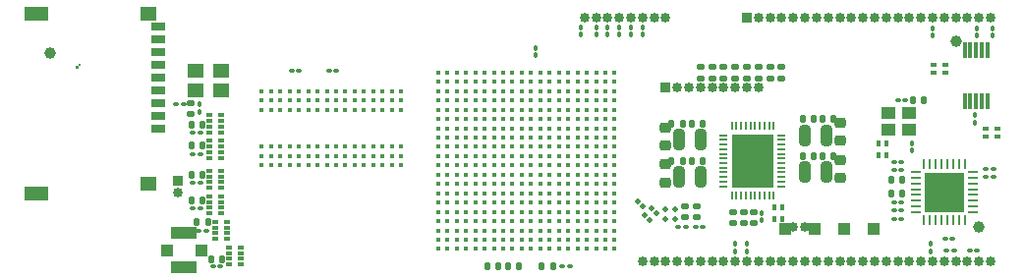
<source format=gbr>
%TF.GenerationSoftware,KiCad,Pcbnew,(6.0.0)*%
%TF.CreationDate,2022-01-21T23:47:04+08:00*%
%TF.ProjectId,som,736f6d2e-6b69-4636-9164-5f7063625858,V0R1*%
%TF.SameCoordinates,Original*%
%TF.FileFunction,Soldermask,Top*%
%TF.FilePolarity,Negative*%
%FSLAX46Y46*%
G04 Gerber Fmt 4.6, Leading zero omitted, Abs format (unit mm)*
G04 Created by KiCad (PCBNEW (6.0.0)) date 2022-01-21 23:47:04*
%MOMM*%
%LPD*%
G01*
G04 APERTURE LIST*
G04 Aperture macros list*
%AMRoundRect*
0 Rectangle with rounded corners*
0 $1 Rounding radius*
0 $2 $3 $4 $5 $6 $7 $8 $9 X,Y pos of 4 corners*
0 Add a 4 corners polygon primitive as box body*
4,1,4,$2,$3,$4,$5,$6,$7,$8,$9,$2,$3,0*
0 Add four circle primitives for the rounded corners*
1,1,$1+$1,$2,$3*
1,1,$1+$1,$4,$5*
1,1,$1+$1,$6,$7*
1,1,$1+$1,$8,$9*
0 Add four rect primitives between the rounded corners*
20,1,$1+$1,$2,$3,$4,$5,0*
20,1,$1+$1,$4,$5,$6,$7,0*
20,1,$1+$1,$6,$7,$8,$9,0*
20,1,$1+$1,$8,$9,$2,$3,0*%
G04 Aperture macros list end*
%ADD10C,0.000000*%
%ADD11RoundRect,0.147500X-0.147500X-0.172500X0.147500X-0.172500X0.147500X0.172500X-0.147500X0.172500X0*%
%ADD12R,1.400000X1.200000*%
%ADD13RoundRect,0.147500X0.172500X-0.147500X0.172500X0.147500X-0.172500X0.147500X-0.172500X-0.147500X0*%
%ADD14RoundRect,0.218750X-0.256250X0.218750X-0.256250X-0.218750X0.256250X-0.218750X0.256250X0.218750X0*%
%ADD15RoundRect,0.100000X-0.100000X0.130000X-0.100000X-0.130000X0.100000X-0.130000X0.100000X0.130000X0*%
%ADD16RoundRect,0.243750X-0.243750X-0.656250X0.243750X-0.656250X0.243750X0.656250X-0.243750X0.656250X0*%
%ADD17RoundRect,0.147500X0.147500X0.172500X-0.147500X0.172500X-0.147500X-0.172500X0.147500X-0.172500X0*%
%ADD18RoundRect,0.243750X0.243750X0.656250X-0.243750X0.656250X-0.243750X-0.656250X0.243750X-0.656250X0*%
%ADD19RoundRect,0.147500X-0.172500X0.147500X-0.172500X-0.147500X0.172500X-0.147500X0.172500X0.147500X0*%
%ADD20RoundRect,0.100000X0.130000X0.100000X-0.130000X0.100000X-0.130000X-0.100000X0.130000X-0.100000X0*%
%ADD21C,0.400000*%
%ADD22RoundRect,0.100000X-0.130000X-0.100000X0.130000X-0.100000X0.130000X0.100000X-0.130000X0.100000X0*%
%ADD23RoundRect,0.140000X0.140000X0.170000X-0.140000X0.170000X-0.140000X-0.170000X0.140000X-0.170000X0*%
%ADD24R,0.800000X0.220000*%
%ADD25R,0.220000X0.800000*%
%ADD26C,0.500000*%
%ADD27R,3.600000X4.600000*%
%ADD28RoundRect,0.100000X0.100000X-0.130000X0.100000X0.130000X-0.100000X0.130000X-0.100000X-0.130000X0*%
%ADD29RoundRect,0.062500X0.062500X-0.375000X0.062500X0.375000X-0.062500X0.375000X-0.062500X-0.375000X0*%
%ADD30RoundRect,0.062500X0.375000X-0.062500X0.375000X0.062500X-0.375000X0.062500X-0.375000X-0.062500X0*%
%ADD31RoundRect,0.250001X1.474999X-1.474999X1.474999X1.474999X-1.474999X1.474999X-1.474999X-1.474999X0*%
%ADD32R,0.400000X0.500000*%
%ADD33RoundRect,0.100000X-0.162635X0.021213X0.021213X-0.162635X0.162635X-0.021213X-0.021213X0.162635X0*%
%ADD34R,0.500000X0.400000*%
%ADD35R,0.500000X0.300000*%
%ADD36RoundRect,0.112500X-0.112500X-0.112500X0.112500X-0.112500X0.112500X0.112500X-0.112500X0.112500X0*%
%ADD37R,1.000000X1.000000*%
%ADD38R,2.200000X1.050000*%
%ADD39R,0.300000X1.400000*%
%ADD40R,1.150000X1.000000*%
%ADD41RoundRect,0.140000X-0.170000X0.140000X-0.170000X-0.140000X0.170000X-0.140000X0.170000X0.140000X0*%
%ADD42R,1.300000X0.700000*%
%ADD43R,2.000000X1.200000*%
%ADD44RoundRect,0.140000X-0.140000X-0.170000X0.140000X-0.170000X0.140000X0.170000X-0.140000X0.170000X0*%
%ADD45C,1.000000*%
%ADD46R,0.850000X0.850000*%
%ADD47O,0.850000X0.850000*%
%ADD48C,0.850000*%
G04 APERTURE END LIST*
D10*
G36*
X8400000Y-5350000D02*
G01*
X8200000Y-5350000D01*
X8200000Y-5150000D01*
X8400000Y-5150000D01*
X8400000Y-5350000D01*
G37*
G36*
X8600000Y-5150000D02*
G01*
X8400000Y-5150000D01*
X8400000Y-4950000D01*
X8600000Y-4950000D01*
X8600000Y-5150000D01*
G37*
D11*
%TO.C,D2*%
X45415000Y-22350000D03*
X46385000Y-22350000D03*
%TD*%
D12*
%TO.C,X4*%
X18500000Y-7250000D03*
X20700000Y-7250000D03*
X20700000Y-5550000D03*
X18500000Y-5550000D03*
%TD*%
D13*
%TO.C,C116*%
X69000000Y-6185000D03*
X69000000Y-5215000D03*
%TD*%
D14*
%TO.C,C101*%
X74000000Y-10012500D03*
X74000000Y-11587500D03*
%TD*%
D15*
%TO.C,C119*%
X67300000Y-17805000D03*
X67300000Y-18445000D03*
%TD*%
D16*
%TO.C,L3*%
X70962500Y-11100000D03*
X72837500Y-11100000D03*
%TD*%
D17*
%TO.C,C102*%
X73485000Y-9700000D03*
X72515000Y-9700000D03*
%TD*%
D11*
%TO.C,C107*%
X59515000Y-13300000D03*
X60485000Y-13300000D03*
%TD*%
D18*
%TO.C,L5*%
X62037500Y-11500000D03*
X60162500Y-11500000D03*
%TD*%
D16*
%TO.C,L2*%
X70962500Y-14300000D03*
X72837500Y-14300000D03*
%TD*%
D19*
%TO.C,C120*%
X64800000Y-17715000D03*
X64800000Y-18685000D03*
%TD*%
D13*
%TO.C,C110*%
X63000000Y-6185000D03*
X63000000Y-5215000D03*
%TD*%
D19*
%TO.C,C117*%
X65700000Y-17715000D03*
X65700000Y-18685000D03*
%TD*%
D14*
%TO.C,C106*%
X59000000Y-13612500D03*
X59000000Y-15187500D03*
%TD*%
%TO.C,C108*%
X59000000Y-10412500D03*
X59000000Y-11987500D03*
%TD*%
D19*
%TO.C,C118*%
X66600000Y-17715000D03*
X66600000Y-18685000D03*
%TD*%
D17*
%TO.C,C99*%
X73485000Y-12900000D03*
X72515000Y-12900000D03*
%TD*%
D13*
%TO.C,C104*%
X68000000Y-6185000D03*
X68000000Y-5215000D03*
%TD*%
D14*
%TO.C,C98*%
X74000000Y-13212500D03*
X74000000Y-14787500D03*
%TD*%
D18*
%TO.C,L4*%
X62037500Y-14700000D03*
X60162500Y-14700000D03*
%TD*%
D11*
%TO.C,C109*%
X59515000Y-10100000D03*
X60485000Y-10100000D03*
%TD*%
D13*
%TO.C,C111*%
X62000000Y-6185000D03*
X62000000Y-5215000D03*
%TD*%
D20*
%TO.C,C37*%
X18920000Y-17400000D03*
X18280000Y-17400000D03*
%TD*%
D13*
%TO.C,C114*%
X67000000Y-6185000D03*
X67000000Y-5215000D03*
%TD*%
D17*
%TO.C,C103*%
X62185000Y-10100000D03*
X61215000Y-10100000D03*
%TD*%
D13*
%TO.C,C115*%
X65000000Y-6185000D03*
X65000000Y-5215000D03*
%TD*%
D20*
%TO.C,C35*%
X18920000Y-15200000D03*
X18280000Y-15200000D03*
%TD*%
D13*
%TO.C,C112*%
X64000000Y-6185000D03*
X64000000Y-5215000D03*
%TD*%
D20*
%TO.C,C31*%
X18920000Y-10900000D03*
X18280000Y-10900000D03*
%TD*%
D11*
%TO.C,C100*%
X70815000Y-12900000D03*
X71785000Y-12900000D03*
%TD*%
%TO.C,C97*%
X70815000Y-9700000D03*
X71785000Y-9700000D03*
%TD*%
D20*
%TO.C,C33*%
X18920000Y-12700000D03*
X18280000Y-12700000D03*
%TD*%
D17*
%TO.C,C105*%
X62185000Y-13300000D03*
X61215000Y-13300000D03*
%TD*%
D13*
%TO.C,C113*%
X66000000Y-6185000D03*
X66000000Y-5215000D03*
%TD*%
D20*
%TO.C,C17*%
X30620000Y-5500000D03*
X29980000Y-5500000D03*
%TD*%
D21*
%TO.C,U6*%
X36200000Y-7300000D03*
X36200000Y-8100000D03*
X36200000Y-8900000D03*
X36200000Y-12100000D03*
X36200000Y-12900000D03*
X36200000Y-13700000D03*
X35400000Y-7300000D03*
X35400000Y-8100000D03*
X35400000Y-8900000D03*
X35400000Y-12100000D03*
X35400000Y-12900000D03*
X35400000Y-13700000D03*
X34600000Y-7300000D03*
X34600000Y-8100000D03*
X34600000Y-8900000D03*
X34600000Y-12100000D03*
X34600000Y-12900000D03*
X34600000Y-13700000D03*
X33800000Y-7300000D03*
X33800000Y-8100000D03*
X33800000Y-8900000D03*
X33800000Y-12100000D03*
X33800000Y-12900000D03*
X33800000Y-13700000D03*
X33000000Y-7300000D03*
X33000000Y-8100000D03*
X33000000Y-8900000D03*
X33000000Y-12100000D03*
X33000000Y-12900000D03*
X33000000Y-13700000D03*
X32200000Y-7300000D03*
X32200000Y-8100000D03*
X32200000Y-8900000D03*
X32200000Y-12100000D03*
X32200000Y-12900000D03*
X32200000Y-13700000D03*
X31400000Y-7300000D03*
X31400000Y-8100000D03*
X31400000Y-8900000D03*
X31400000Y-12100000D03*
X31400000Y-12900000D03*
X31400000Y-13700000D03*
X30600000Y-7300000D03*
X30600000Y-8100000D03*
X30600000Y-8900000D03*
X30600000Y-12100000D03*
X30600000Y-12900000D03*
X30600000Y-13700000D03*
X29800000Y-7300000D03*
X29800000Y-8100000D03*
X29800000Y-8900000D03*
X29800000Y-12100000D03*
X29800000Y-12900000D03*
X29800000Y-13700000D03*
X29000000Y-7300000D03*
X29000000Y-8100000D03*
X29000000Y-8900000D03*
X29000000Y-12100000D03*
X29000000Y-12900000D03*
X29000000Y-13700000D03*
X28200000Y-7300000D03*
X28200000Y-8100000D03*
X28200000Y-8900000D03*
X28200000Y-12100000D03*
X28200000Y-12900000D03*
X28200000Y-13700000D03*
X27400000Y-7300000D03*
X27400000Y-8100000D03*
X27400000Y-8900000D03*
X27400000Y-12100000D03*
X27400000Y-12900000D03*
X27400000Y-13700000D03*
X26600000Y-7300000D03*
X26600000Y-8100000D03*
X26600000Y-8900000D03*
X26600000Y-12100000D03*
X26600000Y-12900000D03*
X26600000Y-13700000D03*
X25800000Y-7300000D03*
X25800000Y-8100000D03*
X25800000Y-8900000D03*
X25800000Y-12100000D03*
X25800000Y-12900000D03*
X25800000Y-13700000D03*
X25000000Y-7300000D03*
X25000000Y-8100000D03*
X25000000Y-8900000D03*
X25000000Y-12100000D03*
X25000000Y-12900000D03*
X25000000Y-13700000D03*
X24200000Y-7300000D03*
X24200000Y-8100000D03*
X24200000Y-8900000D03*
X24200000Y-12100000D03*
X24200000Y-12900000D03*
X24200000Y-13700000D03*
%TD*%
D22*
%TO.C,R2*%
X26780000Y-5500000D03*
X27420000Y-5500000D03*
%TD*%
D23*
%TO.C,C42*%
X20780000Y-21800000D03*
X19820000Y-21800000D03*
%TD*%
D24*
%TO.C,U7*%
X69000000Y-15500000D03*
X69000000Y-15100000D03*
X69000000Y-14700000D03*
X69000000Y-14300000D03*
X69000000Y-13900000D03*
X69000000Y-13500000D03*
X69000000Y-13100000D03*
X69000000Y-12700000D03*
X69000000Y-12300000D03*
X69000000Y-11900000D03*
X69000000Y-11500000D03*
X69000000Y-11100000D03*
D25*
X68300000Y-10300000D03*
X67900000Y-10300000D03*
X67500000Y-10300000D03*
X67100000Y-10300000D03*
X66700000Y-10300000D03*
X66300000Y-10300000D03*
X65900000Y-10300000D03*
X65500000Y-10300000D03*
X65100000Y-10300000D03*
X64700000Y-10300000D03*
D24*
X64000000Y-11100000D03*
X64000000Y-11500000D03*
X64000000Y-11900000D03*
X64000000Y-12300000D03*
X64000000Y-12700000D03*
X64000000Y-13100000D03*
X64000000Y-13500000D03*
X64000000Y-13900000D03*
X64000000Y-14300000D03*
X64000000Y-14700000D03*
X64000000Y-15100000D03*
X64000000Y-15500000D03*
D25*
X64700000Y-16300000D03*
X65100000Y-16300000D03*
X65500000Y-16300000D03*
X65900000Y-16300000D03*
X66300000Y-16300000D03*
X66700000Y-16300000D03*
X67100000Y-16300000D03*
X67500000Y-16300000D03*
X67900000Y-16300000D03*
X68300000Y-16300000D03*
D26*
X65750000Y-14500000D03*
X66500000Y-15300000D03*
X65750000Y-11300000D03*
X65000000Y-14500000D03*
X68000000Y-12900000D03*
X68000000Y-14500000D03*
X68000000Y-15300000D03*
X65000000Y-12900000D03*
X67250000Y-12900000D03*
X65750000Y-13700000D03*
X65000000Y-12100000D03*
X66500000Y-11300000D03*
X66500000Y-12900000D03*
D27*
X66500000Y-13300000D03*
D26*
X66500000Y-13700000D03*
X65000000Y-13700000D03*
X65750000Y-15300000D03*
X65000000Y-15300000D03*
X68000000Y-13700000D03*
X67250000Y-15300000D03*
X67250000Y-11300000D03*
X68000000Y-11300000D03*
X67250000Y-12100000D03*
X67250000Y-14500000D03*
X65750000Y-12900000D03*
X68000000Y-12100000D03*
X66500000Y-12100000D03*
X65000000Y-11300000D03*
X67250000Y-13700000D03*
X65750000Y-12100000D03*
X66500000Y-14500000D03*
%TD*%
D23*
%TO.C,C38*%
X19080000Y-16700000D03*
X18120000Y-16700000D03*
%TD*%
%TO.C,C36*%
X19080000Y-14500000D03*
X18120000Y-14500000D03*
%TD*%
%TO.C,C34*%
X19080000Y-12000000D03*
X18120000Y-12000000D03*
%TD*%
%TO.C,C40*%
X19580000Y-18600000D03*
X18620000Y-18600000D03*
%TD*%
%TO.C,C32*%
X19080000Y-10200000D03*
X18120000Y-10200000D03*
%TD*%
D17*
%TO.C,D3*%
X44585000Y-22350000D03*
X43615000Y-22350000D03*
%TD*%
D21*
%TO.C,U1*%
X39400000Y-5700000D03*
X40200000Y-5700000D03*
X41000000Y-5700000D03*
X41800000Y-5700000D03*
X42600000Y-5700000D03*
X43400000Y-5700000D03*
X44200000Y-5700000D03*
X45000000Y-5700000D03*
X45800000Y-5700000D03*
X46600000Y-5700000D03*
X47400000Y-5700000D03*
X48200000Y-5700000D03*
X49000000Y-5700000D03*
X49800000Y-5700000D03*
X50600000Y-5700000D03*
X51400000Y-5700000D03*
X52200000Y-5700000D03*
X53000000Y-5700000D03*
X53800000Y-5700000D03*
X54600000Y-5700000D03*
X39400000Y-6500000D03*
X40200000Y-6500000D03*
X41000000Y-6500000D03*
X41800000Y-6500000D03*
X42600000Y-6500000D03*
X43400000Y-6500000D03*
X44200000Y-6500000D03*
X45000000Y-6500000D03*
X45800000Y-6500000D03*
X46600000Y-6500000D03*
X47400000Y-6500000D03*
X48200000Y-6500000D03*
X49000000Y-6500000D03*
X49800000Y-6500000D03*
X50600000Y-6500000D03*
X51400000Y-6500000D03*
X52200000Y-6500000D03*
X53000000Y-6500000D03*
X53800000Y-6500000D03*
X54600000Y-6500000D03*
X39400000Y-7300000D03*
X40200000Y-7300000D03*
X41000000Y-7300000D03*
X41800000Y-7300000D03*
X42600000Y-7300000D03*
X43400000Y-7300000D03*
X44200000Y-7300000D03*
X45000000Y-7300000D03*
X45800000Y-7300000D03*
X46600000Y-7300000D03*
X47400000Y-7300000D03*
X48200000Y-7300000D03*
X49000000Y-7300000D03*
X49800000Y-7300000D03*
X50600000Y-7300000D03*
X51400000Y-7300000D03*
X52200000Y-7300000D03*
X53000000Y-7300000D03*
X53800000Y-7300000D03*
X54600000Y-7300000D03*
X39400000Y-8100000D03*
X40200000Y-8100000D03*
X41000000Y-8100000D03*
X41800000Y-8100000D03*
X42600000Y-8100000D03*
X43400000Y-8100000D03*
X44200000Y-8100000D03*
X45000000Y-8100000D03*
X45800000Y-8100000D03*
X46600000Y-8100000D03*
X47400000Y-8100000D03*
X48200000Y-8100000D03*
X49000000Y-8100000D03*
X49800000Y-8100000D03*
X50600000Y-8100000D03*
X51400000Y-8100000D03*
X52200000Y-8100000D03*
X53000000Y-8100000D03*
X53800000Y-8100000D03*
X54600000Y-8100000D03*
X39400000Y-8900000D03*
X40200000Y-8900000D03*
X41000000Y-8900000D03*
X41800000Y-8900000D03*
X42600000Y-8900000D03*
X43400000Y-8900000D03*
X44200000Y-8900000D03*
X45000000Y-8900000D03*
X45800000Y-8900000D03*
X46600000Y-8900000D03*
X47400000Y-8900000D03*
X48200000Y-8900000D03*
X49000000Y-8900000D03*
X49800000Y-8900000D03*
X50600000Y-8900000D03*
X51400000Y-8900000D03*
X52200000Y-8900000D03*
X53000000Y-8900000D03*
X53800000Y-8900000D03*
X54600000Y-8900000D03*
X39400000Y-9700000D03*
X40200000Y-9700000D03*
X41000000Y-9700000D03*
X41800000Y-9700000D03*
X42600000Y-9700000D03*
X43400000Y-9700000D03*
X44200000Y-9700000D03*
X45000000Y-9700000D03*
X45800000Y-9700000D03*
X46600000Y-9700000D03*
X47400000Y-9700000D03*
X48200000Y-9700000D03*
X49000000Y-9700000D03*
X49800000Y-9700000D03*
X50600000Y-9700000D03*
X51400000Y-9700000D03*
X52200000Y-9700000D03*
X53000000Y-9700000D03*
X53800000Y-9700000D03*
X54600000Y-9700000D03*
X39400000Y-10500000D03*
X40200000Y-10500000D03*
X41000000Y-10500000D03*
X41800000Y-10500000D03*
X42600000Y-10500000D03*
X43400000Y-10500000D03*
X44200000Y-10500000D03*
X45000000Y-10500000D03*
X45800000Y-10500000D03*
X46600000Y-10500000D03*
X47400000Y-10500000D03*
X48200000Y-10500000D03*
X49000000Y-10500000D03*
X49800000Y-10500000D03*
X50600000Y-10500000D03*
X51400000Y-10500000D03*
X52200000Y-10500000D03*
X53000000Y-10500000D03*
X53800000Y-10500000D03*
X54600000Y-10500000D03*
X39400000Y-11300000D03*
X40200000Y-11300000D03*
X41000000Y-11300000D03*
X41800000Y-11300000D03*
X42600000Y-11300000D03*
X43400000Y-11300000D03*
X44200000Y-11300000D03*
X45000000Y-11300000D03*
X45800000Y-11300000D03*
X46600000Y-11300000D03*
X47400000Y-11300000D03*
X48200000Y-11300000D03*
X49000000Y-11300000D03*
X49800000Y-11300000D03*
X50600000Y-11300000D03*
X51400000Y-11300000D03*
X52200000Y-11300000D03*
X53000000Y-11300000D03*
X53800000Y-11300000D03*
X54600000Y-11300000D03*
X39400000Y-12100000D03*
X40200000Y-12100000D03*
X41000000Y-12100000D03*
X41800000Y-12100000D03*
X42600000Y-12100000D03*
X43400000Y-12100000D03*
X44200000Y-12100000D03*
X45000000Y-12100000D03*
X45800000Y-12100000D03*
X46600000Y-12100000D03*
X47400000Y-12100000D03*
X48200000Y-12100000D03*
X49000000Y-12100000D03*
X49800000Y-12100000D03*
X50600000Y-12100000D03*
X51400000Y-12100000D03*
X52200000Y-12100000D03*
X53000000Y-12100000D03*
X53800000Y-12100000D03*
X54600000Y-12100000D03*
X39400000Y-12900000D03*
X40200000Y-12900000D03*
X41000000Y-12900000D03*
X41800000Y-12900000D03*
X42600000Y-12900000D03*
X43400000Y-12900000D03*
X44200000Y-12900000D03*
X45000000Y-12900000D03*
X45800000Y-12900000D03*
X46600000Y-12900000D03*
X47400000Y-12900000D03*
X48200000Y-12900000D03*
X49000000Y-12900000D03*
X49800000Y-12900000D03*
X50600000Y-12900000D03*
X51400000Y-12900000D03*
X52200000Y-12900000D03*
X53000000Y-12900000D03*
X53800000Y-12900000D03*
X54600000Y-12900000D03*
X39400000Y-13700000D03*
X40200000Y-13700000D03*
X41000000Y-13700000D03*
X41800000Y-13700000D03*
X42600000Y-13700000D03*
X43400000Y-13700000D03*
X44200000Y-13700000D03*
X45000000Y-13700000D03*
X45800000Y-13700000D03*
X46600000Y-13700000D03*
X47400000Y-13700000D03*
X48200000Y-13700000D03*
X49000000Y-13700000D03*
X49800000Y-13700000D03*
X50600000Y-13700000D03*
X51400000Y-13700000D03*
X52200000Y-13700000D03*
X53000000Y-13700000D03*
X53800000Y-13700000D03*
X54600000Y-13700000D03*
X39400000Y-14500000D03*
X40200000Y-14500000D03*
X41000000Y-14500000D03*
X41800000Y-14500000D03*
X42600000Y-14500000D03*
X43400000Y-14500000D03*
X44200000Y-14500000D03*
X45000000Y-14500000D03*
X45800000Y-14500000D03*
X46600000Y-14500000D03*
X47400000Y-14500000D03*
X48200000Y-14500000D03*
X49000000Y-14500000D03*
X49800000Y-14500000D03*
X50600000Y-14500000D03*
X51400000Y-14500000D03*
X52200000Y-14500000D03*
X53000000Y-14500000D03*
X53800000Y-14500000D03*
X54600000Y-14500000D03*
X39400000Y-15300000D03*
X40200000Y-15300000D03*
X41000000Y-15300000D03*
X41800000Y-15300000D03*
X42600000Y-15300000D03*
X43400000Y-15300000D03*
X44200000Y-15300000D03*
X45000000Y-15300000D03*
X45800000Y-15300000D03*
X46600000Y-15300000D03*
X47400000Y-15300000D03*
X48200000Y-15300000D03*
X49000000Y-15300000D03*
X49800000Y-15300000D03*
X50600000Y-15300000D03*
X51400000Y-15300000D03*
X52200000Y-15300000D03*
X53000000Y-15300000D03*
X53800000Y-15300000D03*
X54600000Y-15300000D03*
X39400000Y-16100000D03*
X40200000Y-16100000D03*
X41000000Y-16100000D03*
X41800000Y-16100000D03*
X42600000Y-16100000D03*
X43400000Y-16100000D03*
X44200000Y-16100000D03*
X45000000Y-16100000D03*
X45800000Y-16100000D03*
X46600000Y-16100000D03*
X47400000Y-16100000D03*
X48200000Y-16100000D03*
X49000000Y-16100000D03*
X49800000Y-16100000D03*
X50600000Y-16100000D03*
X51400000Y-16100000D03*
X52200000Y-16100000D03*
X53000000Y-16100000D03*
X53800000Y-16100000D03*
X54600000Y-16100000D03*
X39400000Y-16900000D03*
X40200000Y-16900000D03*
X41000000Y-16900000D03*
X41800000Y-16900000D03*
X42600000Y-16900000D03*
X43400000Y-16900000D03*
X44200000Y-16900000D03*
X45000000Y-16900000D03*
X45800000Y-16900000D03*
X46600000Y-16900000D03*
X47400000Y-16900000D03*
X48200000Y-16900000D03*
X49000000Y-16900000D03*
X49800000Y-16900000D03*
X50600000Y-16900000D03*
X51400000Y-16900000D03*
X52200000Y-16900000D03*
X53000000Y-16900000D03*
X53800000Y-16900000D03*
X54600000Y-16900000D03*
X39400000Y-17700000D03*
X40200000Y-17700000D03*
X41000000Y-17700000D03*
X41800000Y-17700000D03*
X42600000Y-17700000D03*
X43400000Y-17700000D03*
X44200000Y-17700000D03*
X45000000Y-17700000D03*
X45800000Y-17700000D03*
X46600000Y-17700000D03*
X47400000Y-17700000D03*
X48200000Y-17700000D03*
X49000000Y-17700000D03*
X49800000Y-17700000D03*
X50600000Y-17700000D03*
X51400000Y-17700000D03*
X52200000Y-17700000D03*
X53000000Y-17700000D03*
X53800000Y-17700000D03*
X54600000Y-17700000D03*
X39400000Y-18500000D03*
X40200000Y-18500000D03*
X41000000Y-18500000D03*
X41800000Y-18500000D03*
X42600000Y-18500000D03*
X43400000Y-18500000D03*
X44200000Y-18500000D03*
X45000000Y-18500000D03*
X45800000Y-18500000D03*
X46600000Y-18500000D03*
X47400000Y-18500000D03*
X48200000Y-18500000D03*
X49000000Y-18500000D03*
X49800000Y-18500000D03*
X50600000Y-18500000D03*
X51400000Y-18500000D03*
X52200000Y-18500000D03*
X53000000Y-18500000D03*
X53800000Y-18500000D03*
X54600000Y-18500000D03*
X39400000Y-19300000D03*
X40200000Y-19300000D03*
X41000000Y-19300000D03*
X41800000Y-19300000D03*
X42600000Y-19300000D03*
X43400000Y-19300000D03*
X44200000Y-19300000D03*
X45000000Y-19300000D03*
X45800000Y-19300000D03*
X46600000Y-19300000D03*
X47400000Y-19300000D03*
X48200000Y-19300000D03*
X49000000Y-19300000D03*
X49800000Y-19300000D03*
X50600000Y-19300000D03*
X51400000Y-19300000D03*
X52200000Y-19300000D03*
X53000000Y-19300000D03*
X53800000Y-19300000D03*
X54600000Y-19300000D03*
X39400000Y-20100000D03*
X40200000Y-20100000D03*
X41000000Y-20100000D03*
X41800000Y-20100000D03*
X42600000Y-20100000D03*
X43400000Y-20100000D03*
X44200000Y-20100000D03*
X45000000Y-20100000D03*
X45800000Y-20100000D03*
X46600000Y-20100000D03*
X47400000Y-20100000D03*
X48200000Y-20100000D03*
X49000000Y-20100000D03*
X49800000Y-20100000D03*
X50600000Y-20100000D03*
X51400000Y-20100000D03*
X52200000Y-20100000D03*
X53000000Y-20100000D03*
X53800000Y-20100000D03*
X54600000Y-20100000D03*
X39400000Y-20900000D03*
X40200000Y-20900000D03*
X41000000Y-20900000D03*
X41800000Y-20900000D03*
X42600000Y-20900000D03*
X43400000Y-20900000D03*
X44200000Y-20900000D03*
X45000000Y-20900000D03*
X45800000Y-20900000D03*
X46600000Y-20900000D03*
X47400000Y-20900000D03*
X48200000Y-20900000D03*
X49000000Y-20900000D03*
X49800000Y-20900000D03*
X50600000Y-20900000D03*
X51400000Y-20900000D03*
X52200000Y-20900000D03*
X53000000Y-20900000D03*
X53800000Y-20900000D03*
X54600000Y-20900000D03*
%TD*%
D28*
%TO.C,R13*%
X47800000Y-4220000D03*
X47800000Y-3580000D03*
%TD*%
D15*
%TO.C,D21*%
X87200000Y-1880000D03*
X87200000Y-2520000D03*
%TD*%
D22*
%TO.C,D17*%
X85180000Y-21000000D03*
X85820000Y-21000000D03*
%TD*%
D15*
%TO.C,D14*%
X82000000Y-1880000D03*
X82000000Y-2520000D03*
%TD*%
D20*
%TO.C,C9*%
X87245000Y-14700000D03*
X86605000Y-14700000D03*
%TD*%
D22*
%TO.C,C6*%
X86605000Y-14000000D03*
X87245000Y-14000000D03*
%TD*%
D20*
%TO.C,R5*%
X79295000Y-18300000D03*
X78655000Y-18300000D03*
%TD*%
%TO.C,C7*%
X79295000Y-17600000D03*
X78655000Y-17600000D03*
%TD*%
%TO.C,C5*%
X79295000Y-13400000D03*
X78655000Y-13400000D03*
%TD*%
D22*
%TO.C,C8*%
X78655000Y-14100000D03*
X79295000Y-14100000D03*
%TD*%
%TO.C,C13*%
X78655000Y-16900000D03*
X79295000Y-16900000D03*
%TD*%
D20*
%TO.C,C4*%
X83720000Y-20000000D03*
X83080000Y-20000000D03*
%TD*%
D29*
%TO.C,U3*%
X81250000Y-18450000D03*
X81750000Y-18450000D03*
X82250000Y-18450000D03*
X82750000Y-18450000D03*
X83250000Y-18450000D03*
X83750000Y-18450000D03*
X84250000Y-18450000D03*
X84750000Y-18450000D03*
D30*
X85450000Y-17750000D03*
X85450000Y-17250000D03*
X85450000Y-16750000D03*
X85450000Y-16250000D03*
X85450000Y-15750000D03*
X85450000Y-15250000D03*
X85450000Y-14750000D03*
X85450000Y-14250000D03*
D29*
X84750000Y-13550000D03*
X84250000Y-13550000D03*
X83750000Y-13550000D03*
X83250000Y-13550000D03*
X82750000Y-13550000D03*
X82250000Y-13550000D03*
X81750000Y-13550000D03*
X81250000Y-13550000D03*
D30*
X80550000Y-14250000D03*
X80550000Y-14750000D03*
X80550000Y-15250000D03*
X80550000Y-15750000D03*
X80550000Y-16250000D03*
X80550000Y-16750000D03*
X80550000Y-17250000D03*
X80550000Y-17750000D03*
D31*
X83000000Y-16000000D03*
%TD*%
D11*
%TO.C,C11*%
X78415000Y-14900000D03*
X79385000Y-14900000D03*
%TD*%
%TO.C,C14*%
X78415000Y-16100000D03*
X79385000Y-16100000D03*
%TD*%
D15*
%TO.C,D8*%
X56000000Y-1780000D03*
X56000000Y-2420000D03*
%TD*%
%TO.C,D7*%
X55000000Y-1780000D03*
X55000000Y-2420000D03*
%TD*%
%TO.C,D6*%
X54000000Y-1780000D03*
X54000000Y-2420000D03*
%TD*%
%TO.C,D5*%
X53000000Y-1780000D03*
X53000000Y-2420000D03*
%TD*%
%TO.C,D4*%
X51700000Y-1780000D03*
X51700000Y-2420000D03*
%TD*%
D32*
%TO.C,RN7*%
X77350000Y-12800000D03*
X78050000Y-12800000D03*
X78050000Y-11800000D03*
X77350000Y-11800000D03*
%TD*%
D15*
%TO.C,C3*%
X85600000Y-9380000D03*
X85600000Y-10020000D03*
%TD*%
D33*
%TO.C,R17*%
X57773726Y-17373726D03*
X58226274Y-17826274D03*
%TD*%
%TO.C,R15*%
X56573726Y-16773726D03*
X57026274Y-17226274D03*
%TD*%
D22*
%TO.C,R18*%
X60080000Y-19000000D03*
X60720000Y-19000000D03*
%TD*%
D34*
%TO.C,RN1*%
X19700000Y-9350000D03*
D35*
X19700000Y-9850000D03*
X19700000Y-10350000D03*
D34*
X19700000Y-10850000D03*
X20700000Y-10850000D03*
D35*
X20700000Y-10350000D03*
X20700000Y-9850000D03*
D34*
X20700000Y-9350000D03*
%TD*%
%TO.C,RN2*%
X19700000Y-11550000D03*
D35*
X19700000Y-12050000D03*
X19700000Y-12550000D03*
D34*
X19700000Y-13050000D03*
X20700000Y-13050000D03*
D35*
X20700000Y-12550000D03*
X20700000Y-12050000D03*
D34*
X20700000Y-11550000D03*
%TD*%
%TO.C,RN4*%
X19700000Y-14150000D03*
D35*
X19700000Y-14650000D03*
X19700000Y-15150000D03*
D34*
X19700000Y-15650000D03*
X20700000Y-15650000D03*
D35*
X20700000Y-15150000D03*
X20700000Y-14650000D03*
D34*
X20700000Y-14150000D03*
%TD*%
%TO.C,RN5*%
X19700000Y-16350000D03*
D35*
X19700000Y-16850000D03*
X19700000Y-17350000D03*
D34*
X19700000Y-17850000D03*
X20700000Y-17850000D03*
D35*
X20700000Y-17350000D03*
X20700000Y-16850000D03*
D34*
X20700000Y-16350000D03*
%TD*%
%TO.C,RN6*%
X20200000Y-18550000D03*
D35*
X20200000Y-19050000D03*
X20200000Y-19550000D03*
D34*
X20200000Y-20050000D03*
X21200000Y-20050000D03*
D35*
X21200000Y-19550000D03*
X21200000Y-19050000D03*
D34*
X21200000Y-18550000D03*
%TD*%
D13*
%TO.C,D11*%
X60700000Y-18185000D03*
X60700000Y-17215000D03*
%TD*%
%TO.C,D12*%
X61700000Y-18185000D03*
X61700000Y-17215000D03*
%TD*%
D33*
%TO.C,R16*%
X57173726Y-17973726D03*
X57626274Y-18426274D03*
%TD*%
D36*
%TO.C,D10*%
X58975000Y-17475000D03*
X59825000Y-17475000D03*
X59825000Y-18325000D03*
X58975000Y-18325000D03*
%TD*%
D20*
%TO.C,R19*%
X62220000Y-19000000D03*
X61580000Y-19000000D03*
%TD*%
D32*
%TO.C,RN11*%
X69050000Y-17300000D03*
X68350000Y-17300000D03*
X68350000Y-18300000D03*
X69050000Y-18300000D03*
%TD*%
D37*
%TO.C,TP1*%
X69290000Y-19200000D03*
D26*
X69290000Y-19000000D03*
D37*
X71830000Y-19200000D03*
D26*
X71830000Y-19000000D03*
X74370000Y-19000000D03*
D37*
X74370000Y-19200000D03*
D26*
X76910000Y-19000000D03*
D37*
X76910000Y-19200000D03*
%TD*%
D20*
%TO.C,C39*%
X19420000Y-19300000D03*
X18780000Y-19300000D03*
%TD*%
D37*
%TO.C,AE1*%
X16000000Y-21000000D03*
X19000000Y-21000000D03*
D38*
X17500000Y-19525000D03*
X17500000Y-22475000D03*
%TD*%
D20*
%TO.C,C41*%
X20620000Y-22400000D03*
X19980000Y-22400000D03*
%TD*%
D34*
%TO.C,RN8*%
X21400000Y-20750000D03*
D35*
X21400000Y-21250000D03*
X21400000Y-21750000D03*
D34*
X21400000Y-22250000D03*
X22400000Y-22250000D03*
D35*
X22400000Y-21750000D03*
X22400000Y-21250000D03*
D34*
X22400000Y-20750000D03*
%TD*%
D39*
%TO.C,U2*%
X86750000Y-3800000D03*
X86250000Y-3800000D03*
X85750000Y-3800000D03*
X85250000Y-3800000D03*
X84750000Y-3800000D03*
X84750000Y-8200000D03*
X85250000Y-8200000D03*
X85750000Y-8200000D03*
X86250000Y-8200000D03*
X86750000Y-8200000D03*
%TD*%
D28*
%TO.C,D18*%
X65000000Y-21120000D03*
X65000000Y-20480000D03*
%TD*%
%TO.C,D20*%
X66000000Y-21120000D03*
X66000000Y-20480000D03*
%TD*%
%TO.C,D15*%
X81800000Y-21120000D03*
X81800000Y-20480000D03*
%TD*%
D15*
%TO.C,D9*%
X57000000Y-1780000D03*
X57000000Y-2420000D03*
%TD*%
D20*
%TO.C,C23*%
X79645000Y-8100000D03*
X79005000Y-8100000D03*
%TD*%
D40*
%TO.C,X3*%
X79975000Y-9200000D03*
X78225000Y-9200000D03*
X78225000Y-10600000D03*
X79975000Y-10600000D03*
%TD*%
D41*
%TO.C,C86*%
X18100000Y-8320000D03*
X18100000Y-9280000D03*
%TD*%
D15*
%TO.C,C87*%
X18800000Y-8430000D03*
X18800000Y-9070000D03*
%TD*%
D20*
%TO.C,FB4*%
X16805000Y-8400000D03*
X17445000Y-8400000D03*
%TD*%
D15*
%TO.C,D19*%
X85800000Y-1880000D03*
X85800000Y-2520000D03*
%TD*%
D20*
%TO.C,D16*%
X83820000Y-21000000D03*
X83180000Y-21000000D03*
%TD*%
D11*
%TO.C,D13*%
X48315000Y-22350000D03*
X49285000Y-22350000D03*
%TD*%
D20*
%TO.C,R20*%
X50720000Y-22400000D03*
X50080000Y-22400000D03*
%TD*%
D42*
%TO.C,J1*%
X15300000Y-10500000D03*
X15300000Y-9400000D03*
X15300000Y-8300000D03*
X15300000Y-7200000D03*
X15300000Y-6100000D03*
X15300000Y-5000000D03*
X15300000Y-3900000D03*
X15300000Y-2800000D03*
X15300000Y-1700000D03*
D12*
X14450000Y-600000D03*
D43*
X4750000Y-600000D03*
X4750000Y-16120000D03*
D12*
X14450000Y-15280000D03*
%TD*%
D34*
%TO.C,RN3*%
X83100000Y-5750000D03*
X83100000Y-5050000D03*
X82100000Y-5050000D03*
X82100000Y-5750000D03*
%TD*%
%TO.C,RN10*%
X86550000Y-10500000D03*
X86550000Y-11200000D03*
X87550000Y-11200000D03*
X87550000Y-10500000D03*
%TD*%
D44*
%TO.C,C24*%
X80270000Y-8100000D03*
X81230000Y-8100000D03*
%TD*%
D15*
%TO.C,FB1*%
X80200000Y-11780000D03*
X80200000Y-12420000D03*
%TD*%
D45*
%TO.C,FID2*%
X84000000Y-3000000D03*
%TD*%
%TO.C,FID1*%
X86000000Y-19000000D03*
%TD*%
%TO.C,FID3*%
X6000000Y-4000000D03*
%TD*%
D46*
%TO.C,J6*%
X59000000Y-7000000D03*
D47*
X60000000Y-7000000D03*
X61000000Y-7000000D03*
X62000000Y-7000000D03*
X63000000Y-7000000D03*
X64000000Y-7000000D03*
X65000000Y-7000000D03*
X66000000Y-7000000D03*
X67000000Y-7000000D03*
%TD*%
D46*
%TO.C,J3*%
X17000000Y-15000000D03*
D47*
X17000000Y-16000000D03*
%TD*%
D46*
%TO.C,J5*%
X66000000Y-1000000D03*
D47*
X67000000Y-1000000D03*
X68000000Y-1000000D03*
X69000000Y-1000000D03*
X70000000Y-1000000D03*
X71000000Y-1000000D03*
X72000000Y-1000000D03*
X73000000Y-1000000D03*
X74000000Y-1000000D03*
X75000000Y-1000000D03*
X76000000Y-1000000D03*
X77000000Y-1000000D03*
X78000000Y-1000000D03*
X79000000Y-1000000D03*
X80000000Y-1000000D03*
X81000000Y-1000000D03*
X82000000Y-1000000D03*
X83000000Y-1000000D03*
X84000000Y-1000000D03*
X85000000Y-1000000D03*
X86000000Y-1000000D03*
X87000000Y-1000000D03*
%TD*%
D48*
%TO.C,J4*%
X57000000Y-22000000D03*
D47*
X58000000Y-22000000D03*
X59000000Y-22000000D03*
X60000000Y-22000000D03*
X61000000Y-22000000D03*
X62000000Y-22000000D03*
X63000000Y-22000000D03*
X64000000Y-22000000D03*
X65000000Y-22000000D03*
X66000000Y-22000000D03*
X67000000Y-22000000D03*
X68000000Y-22000000D03*
X69000000Y-22000000D03*
X70000000Y-22000000D03*
X71000000Y-22000000D03*
X72000000Y-22000000D03*
X73000000Y-22000000D03*
X74000000Y-22000000D03*
X75000000Y-22000000D03*
X76000000Y-22000000D03*
X77000000Y-22000000D03*
X78000000Y-22000000D03*
X79000000Y-22000000D03*
X80000000Y-22000000D03*
X81000000Y-22000000D03*
X82000000Y-22000000D03*
X83000000Y-22000000D03*
X84000000Y-22000000D03*
X85000000Y-22000000D03*
X86000000Y-22000000D03*
X87000000Y-22000000D03*
%TD*%
D48*
%TO.C,J2*%
X52000000Y-1000000D03*
D47*
X53000000Y-1000000D03*
X54000000Y-1000000D03*
X55000000Y-1000000D03*
X56000000Y-1000000D03*
X57000000Y-1000000D03*
X58000000Y-1000000D03*
X59000000Y-1000000D03*
%TD*%
D48*
%TO.C,J7*%
X70000000Y-19000000D03*
D47*
X71000000Y-19000000D03*
%TD*%
M02*

</source>
